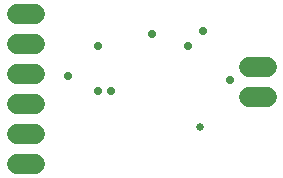
<source format=gbr>
G04 EAGLE Gerber RS-274X export*
G75*
%MOMM*%
%FSLAX34Y34*%
%LPD*%
%INSoldermask Bottom*%
%IPPOS*%
%AMOC8*
5,1,8,0,0,1.08239X$1,22.5*%
G01*
%ADD10C,1.651000*%
%ADD11C,0.731000*%
%ADD12C,0.635000*%


D10*
X217170Y109220D02*
X232410Y109220D01*
X232410Y83820D02*
X217170Y83820D01*
X35560Y26670D02*
X20320Y26670D01*
X20320Y52070D02*
X35560Y52070D01*
X35560Y77470D02*
X20320Y77470D01*
X20320Y102870D02*
X35560Y102870D01*
X35560Y128270D02*
X20320Y128270D01*
X20320Y153670D02*
X35560Y153670D01*
D11*
X88900Y127000D03*
X165100Y127000D03*
X200660Y97790D03*
X177800Y139700D03*
X88900Y88900D03*
X63500Y101600D03*
D12*
X175260Y57785D03*
D11*
X99966Y88900D03*
X134620Y137160D03*
M02*

</source>
